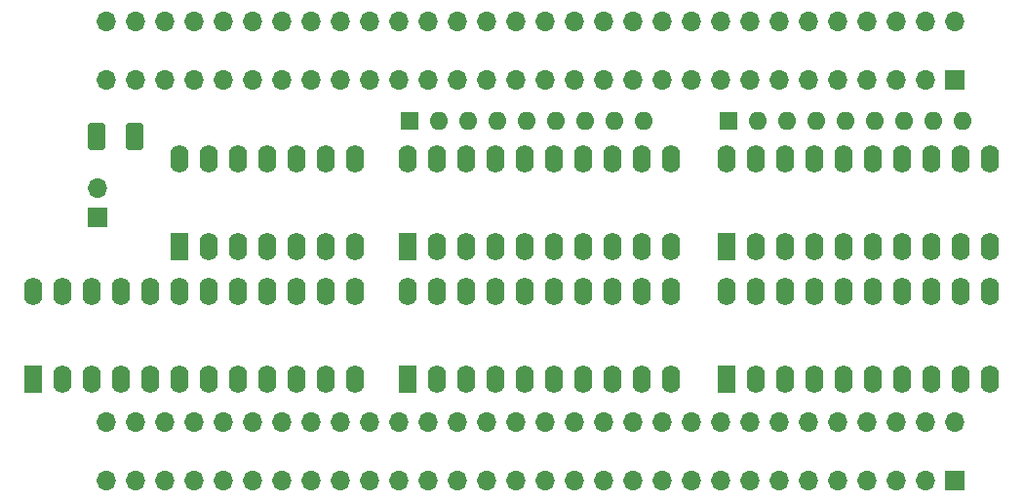
<source format=gts>
G04 #@! TF.GenerationSoftware,KiCad,Pcbnew,8.0.6*
G04 #@! TF.CreationDate,2025-02-16T15:02:21+05:00*
G04 #@! TF.ProjectId,MegaCD-Connect BD Remake,4d656761-4344-42d4-936f-6e6e65637420,rev?*
G04 #@! TF.SameCoordinates,Original*
G04 #@! TF.FileFunction,Soldermask,Top*
G04 #@! TF.FilePolarity,Negative*
%FSLAX46Y46*%
G04 Gerber Fmt 4.6, Leading zero omitted, Abs format (unit mm)*
G04 Created by KiCad (PCBNEW 8.0.6) date 2025-02-16 15:02:21*
%MOMM*%
%LPD*%
G01*
G04 APERTURE LIST*
G04 Aperture macros list*
%AMRoundRect*
0 Rectangle with rounded corners*
0 $1 Rounding radius*
0 $2 $3 $4 $5 $6 $7 $8 $9 X,Y pos of 4 corners*
0 Add a 4 corners polygon primitive as box body*
4,1,4,$2,$3,$4,$5,$6,$7,$8,$9,$2,$3,0*
0 Add four circle primitives for the rounded corners*
1,1,$1+$1,$2,$3*
1,1,$1+$1,$4,$5*
1,1,$1+$1,$6,$7*
1,1,$1+$1,$8,$9*
0 Add four rect primitives between the rounded corners*
20,1,$1+$1,$2,$3,$4,$5,0*
20,1,$1+$1,$4,$5,$6,$7,0*
20,1,$1+$1,$6,$7,$8,$9,0*
20,1,$1+$1,$8,$9,$2,$3,0*%
G04 Aperture macros list end*
%ADD10R,1.600000X2.400000*%
%ADD11O,1.600000X2.400000*%
%ADD12R,1.700000X1.700000*%
%ADD13O,1.700000X1.700000*%
%ADD14R,1.600000X1.600000*%
%ADD15O,1.600000X1.600000*%
%ADD16RoundRect,0.250001X0.499999X0.924999X-0.499999X0.924999X-0.499999X-0.924999X0.499999X-0.924999X0*%
G04 APERTURE END LIST*
D10*
X145288000Y-94615000D03*
D11*
X147828000Y-94615000D03*
X150368000Y-94615000D03*
X152908000Y-94615000D03*
X155448000Y-94615000D03*
X157988000Y-94615000D03*
X160528000Y-94615000D03*
X163068000Y-94615000D03*
X165608000Y-94615000D03*
X168148000Y-94615000D03*
X168148000Y-86995000D03*
X165608000Y-86995000D03*
X163068000Y-86995000D03*
X160528000Y-86995000D03*
X157988000Y-86995000D03*
X155448000Y-86995000D03*
X152908000Y-86995000D03*
X150368000Y-86995000D03*
X147828000Y-86995000D03*
X145288000Y-86995000D03*
D10*
X125476000Y-94615000D03*
D11*
X128016000Y-94615000D03*
X130556000Y-94615000D03*
X133096000Y-94615000D03*
X135636000Y-94615000D03*
X138176000Y-94615000D03*
X140716000Y-94615000D03*
X140716000Y-86995000D03*
X138176000Y-86995000D03*
X135636000Y-86995000D03*
X133096000Y-86995000D03*
X130556000Y-86995000D03*
X128016000Y-86995000D03*
X125476000Y-86995000D03*
D10*
X172974000Y-106172000D03*
D11*
X175514000Y-106172000D03*
X178054000Y-106172000D03*
X180594000Y-106172000D03*
X183134000Y-106172000D03*
X185674000Y-106172000D03*
X188214000Y-106172000D03*
X190754000Y-106172000D03*
X193294000Y-106172000D03*
X195834000Y-106172000D03*
X195834000Y-98552000D03*
X193294000Y-98552000D03*
X190754000Y-98552000D03*
X188214000Y-98552000D03*
X185674000Y-98552000D03*
X183134000Y-98552000D03*
X180594000Y-98552000D03*
X178054000Y-98552000D03*
X175514000Y-98552000D03*
X172974000Y-98552000D03*
D12*
X118364000Y-92080000D03*
D13*
X118364000Y-89540000D03*
D10*
X145288000Y-106172000D03*
D11*
X147828000Y-106172000D03*
X150368000Y-106172000D03*
X152908000Y-106172000D03*
X155448000Y-106172000D03*
X157988000Y-106172000D03*
X160528000Y-106172000D03*
X163068000Y-106172000D03*
X165608000Y-106172000D03*
X168148000Y-106172000D03*
X168148000Y-98552000D03*
X165608000Y-98552000D03*
X163068000Y-98552000D03*
X160528000Y-98552000D03*
X157988000Y-98552000D03*
X155448000Y-98552000D03*
X152908000Y-98552000D03*
X150368000Y-98552000D03*
X147828000Y-98552000D03*
X145288000Y-98552000D03*
D14*
X173101000Y-83693000D03*
D15*
X175641000Y-83693000D03*
X178181000Y-83693000D03*
X180721000Y-83693000D03*
X183261000Y-83693000D03*
X185801000Y-83693000D03*
X188341000Y-83693000D03*
X190881000Y-83693000D03*
X193421000Y-83693000D03*
D12*
X192786000Y-80137000D03*
D13*
X190246000Y-80137000D03*
X187706000Y-80137000D03*
X185166000Y-80137000D03*
X182626000Y-80137000D03*
X180086000Y-80137000D03*
X177546000Y-80137000D03*
X175006000Y-80137000D03*
X172466000Y-80137000D03*
X169926000Y-80137000D03*
X167386000Y-80137000D03*
X164846000Y-80137000D03*
X162306000Y-80137000D03*
X159766000Y-80137000D03*
X157226000Y-80137000D03*
X154686000Y-80137000D03*
X152146000Y-80137000D03*
X149606000Y-80137000D03*
X147066000Y-80137000D03*
X144526000Y-80137000D03*
X141986000Y-80137000D03*
X139446000Y-80137000D03*
X136906000Y-80137000D03*
X134366000Y-80137000D03*
X131826000Y-80137000D03*
X129286000Y-80137000D03*
X126746000Y-80137000D03*
X124206000Y-80137000D03*
X121666000Y-80137000D03*
X119126000Y-80137000D03*
X192786000Y-75057000D03*
X190246000Y-75057000D03*
X187706000Y-75057000D03*
X185166000Y-75057000D03*
X182626000Y-75057000D03*
X180086000Y-75057000D03*
X177546000Y-75057000D03*
X175006000Y-75057000D03*
X172466000Y-75057000D03*
X169926000Y-75057000D03*
X167386000Y-75057000D03*
X164846000Y-75057000D03*
X162306000Y-75057000D03*
X159766000Y-75057000D03*
X157226000Y-75057000D03*
X154686000Y-75057000D03*
X152146000Y-75057000D03*
X149606000Y-75057000D03*
X147066000Y-75057000D03*
X144526000Y-75057000D03*
X141986000Y-75057000D03*
X139446000Y-75057000D03*
X136906000Y-75057000D03*
X134366000Y-75057000D03*
X131826000Y-75057000D03*
X129286000Y-75057000D03*
X126746000Y-75057000D03*
X124206000Y-75057000D03*
X121666000Y-75057000D03*
X119126000Y-75057000D03*
D14*
X145415000Y-83693000D03*
D15*
X147955000Y-83693000D03*
X150495000Y-83693000D03*
X153035000Y-83693000D03*
X155575000Y-83693000D03*
X158115000Y-83693000D03*
X160655000Y-83693000D03*
X163195000Y-83693000D03*
X165735000Y-83693000D03*
D10*
X112776000Y-106162000D03*
D11*
X115316000Y-106162000D03*
X117856000Y-106162000D03*
X120396000Y-106162000D03*
X122936000Y-106162000D03*
X125476000Y-106162000D03*
X128016000Y-106162000D03*
X130556000Y-106162000D03*
X133096000Y-106162000D03*
X135636000Y-106162000D03*
X138176000Y-106162000D03*
X140716000Y-106162000D03*
X140716000Y-98542000D03*
X138176000Y-98542000D03*
X135636000Y-98542000D03*
X133096000Y-98542000D03*
X130556000Y-98542000D03*
X128016000Y-98542000D03*
X125476000Y-98542000D03*
X122936000Y-98542000D03*
X120396000Y-98542000D03*
X117856000Y-98542000D03*
X115316000Y-98542000D03*
X112776000Y-98542000D03*
D10*
X172974000Y-94615000D03*
D11*
X175514000Y-94615000D03*
X178054000Y-94615000D03*
X180594000Y-94615000D03*
X183134000Y-94615000D03*
X185674000Y-94615000D03*
X188214000Y-94615000D03*
X190754000Y-94615000D03*
X193294000Y-94615000D03*
X195834000Y-94615000D03*
X195834000Y-86995000D03*
X193294000Y-86995000D03*
X190754000Y-86995000D03*
X188214000Y-86995000D03*
X185674000Y-86995000D03*
X183134000Y-86995000D03*
X180594000Y-86995000D03*
X178054000Y-86995000D03*
X175514000Y-86995000D03*
X172974000Y-86995000D03*
D12*
X192786000Y-114935000D03*
D13*
X190246000Y-114935000D03*
X187706000Y-114935000D03*
X185166000Y-114935000D03*
X182626000Y-114935000D03*
X180086000Y-114935000D03*
X177546000Y-114935000D03*
X175006000Y-114935000D03*
X172466000Y-114935000D03*
X169926000Y-114935000D03*
X167386000Y-114935000D03*
X164846000Y-114935000D03*
X162306000Y-114935000D03*
X159766000Y-114935000D03*
X157226000Y-114935000D03*
X154686000Y-114935000D03*
X152146000Y-114935000D03*
X149606000Y-114935000D03*
X147066000Y-114935000D03*
X144526000Y-114935000D03*
X141986000Y-114935000D03*
X139446000Y-114935000D03*
X136906000Y-114935000D03*
X134366000Y-114935000D03*
X131826000Y-114935000D03*
X129286000Y-114935000D03*
X126746000Y-114935000D03*
X124206000Y-114935000D03*
X121666000Y-114935000D03*
X119126000Y-114935000D03*
X192786000Y-109855000D03*
X190246000Y-109855000D03*
X187706000Y-109855000D03*
X185166000Y-109855000D03*
X182626000Y-109855000D03*
X180086000Y-109855000D03*
X177546000Y-109855000D03*
X175006000Y-109855000D03*
X172466000Y-109855000D03*
X169926000Y-109855000D03*
X167386000Y-109855000D03*
X164846000Y-109855000D03*
X162306000Y-109855000D03*
X159766000Y-109855000D03*
X157226000Y-109855000D03*
X154686000Y-109855000D03*
X152146000Y-109855000D03*
X149606000Y-109855000D03*
X147066000Y-109855000D03*
X144526000Y-109855000D03*
X141986000Y-109855000D03*
X139446000Y-109855000D03*
X136906000Y-109855000D03*
X134366000Y-109855000D03*
X131826000Y-109855000D03*
X129286000Y-109855000D03*
X126746000Y-109855000D03*
X124206000Y-109855000D03*
X121666000Y-109855000D03*
X119126000Y-109855000D03*
D16*
X121513000Y-85090000D03*
X118263000Y-85090000D03*
M02*

</source>
